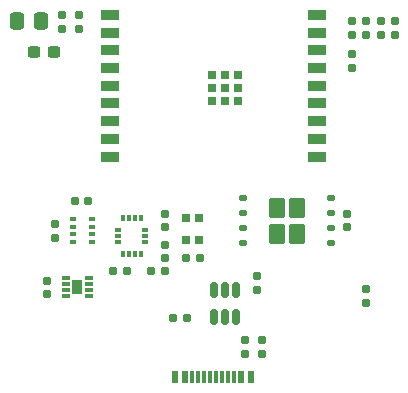
<source format=gbr>
%TF.GenerationSoftware,KiCad,Pcbnew,7.0.6*%
%TF.CreationDate,2023-07-14T02:37:10+02:00*%
%TF.ProjectId,rrr,7272722e-6b69-4636-9164-5f7063625858,rev?*%
%TF.SameCoordinates,Original*%
%TF.FileFunction,Paste,Top*%
%TF.FilePolarity,Positive*%
%FSLAX46Y46*%
G04 Gerber Fmt 4.6, Leading zero omitted, Abs format (unit mm)*
G04 Created by KiCad (PCBNEW 7.0.6) date 2023-07-14 02:37:10*
%MOMM*%
%LPD*%
G01*
G04 APERTURE LIST*
G04 Aperture macros list*
%AMRoundRect*
0 Rectangle with rounded corners*
0 $1 Rounding radius*
0 $2 $3 $4 $5 $6 $7 $8 $9 X,Y pos of 4 corners*
0 Add a 4 corners polygon primitive as box body*
4,1,4,$2,$3,$4,$5,$6,$7,$8,$9,$2,$3,0*
0 Add four circle primitives for the rounded corners*
1,1,$1+$1,$2,$3*
1,1,$1+$1,$4,$5*
1,1,$1+$1,$6,$7*
1,1,$1+$1,$8,$9*
0 Add four rect primitives between the rounded corners*
20,1,$1+$1,$2,$3,$4,$5,0*
20,1,$1+$1,$4,$5,$6,$7,0*
20,1,$1+$1,$6,$7,$8,$9,0*
20,1,$1+$1,$8,$9,$2,$3,0*%
G04 Aperture macros list end*
%ADD10RoundRect,0.155000X0.155000X-0.212500X0.155000X0.212500X-0.155000X0.212500X-0.155000X-0.212500X0*%
%ADD11RoundRect,0.160000X0.197500X0.160000X-0.197500X0.160000X-0.197500X-0.160000X0.197500X-0.160000X0*%
%ADD12RoundRect,0.160000X0.160000X-0.197500X0.160000X0.197500X-0.160000X0.197500X-0.160000X-0.197500X0*%
%ADD13RoundRect,0.155000X-0.212500X-0.155000X0.212500X-0.155000X0.212500X0.155000X-0.212500X0.155000X0*%
%ADD14RoundRect,0.160000X-0.160000X0.197500X-0.160000X-0.197500X0.160000X-0.197500X0.160000X0.197500X0*%
%ADD15RoundRect,0.155000X-0.155000X0.212500X-0.155000X-0.212500X0.155000X-0.212500X0.155000X0.212500X0*%
%ADD16RoundRect,0.250000X-0.435000X-0.615000X0.435000X-0.615000X0.435000X0.615000X-0.435000X0.615000X0*%
%ADD17RoundRect,0.125000X-0.200000X-0.125000X0.200000X-0.125000X0.200000X0.125000X-0.200000X0.125000X0*%
%ADD18RoundRect,0.150000X-0.150000X0.512500X-0.150000X-0.512500X0.150000X-0.512500X0.150000X0.512500X0*%
%ADD19R,0.500000X0.350000*%
%ADD20RoundRect,0.237500X0.300000X0.237500X-0.300000X0.237500X-0.300000X-0.237500X0.300000X-0.237500X0*%
%ADD21R,0.300000X0.550000*%
%ADD22R,0.550000X0.300000*%
%ADD23R,0.700000X0.700000*%
%ADD24R,0.750000X0.300000*%
%ADD25R,0.900000X1.300000*%
%ADD26R,0.600000X1.140000*%
%ADD27R,0.300000X1.140000*%
%ADD28RoundRect,0.250000X0.337500X0.475000X-0.337500X0.475000X-0.337500X-0.475000X0.337500X-0.475000X0*%
%ADD29R,1.500000X0.900000*%
G04 APERTURE END LIST*
D10*
%TO.C,C1*%
X85900000Y-108967500D03*
X85900000Y-107832500D03*
%TD*%
D11*
%TO.C,R18*%
X97797500Y-111000000D03*
X96602500Y-111000000D03*
%TD*%
D12*
%TO.C,R15*%
X111750000Y-86997500D03*
X111750000Y-85802500D03*
%TD*%
D13*
%TO.C,C13*%
X97732500Y-105900000D03*
X98867500Y-105900000D03*
%TD*%
D10*
%TO.C,C16*%
X86600000Y-104167500D03*
X86600000Y-103032500D03*
%TD*%
D12*
%TO.C,R22*%
X104100000Y-113997500D03*
X104100000Y-112802500D03*
%TD*%
D14*
%TO.C,R23*%
X115400000Y-85800000D03*
X115400000Y-86995000D03*
%TD*%
D12*
%TO.C,R19*%
X103700000Y-108600000D03*
X103700000Y-107405000D03*
%TD*%
D15*
%TO.C,C11*%
X88600000Y-85332500D03*
X88600000Y-86467500D03*
%TD*%
D16*
%TO.C,U2*%
X105400000Y-101660000D03*
X105400000Y-103810000D03*
X107100000Y-101660000D03*
X107100000Y-103810000D03*
D17*
X102500000Y-100830000D03*
X102500000Y-102100000D03*
X102500000Y-103370000D03*
X102500000Y-104640000D03*
X110000000Y-104640000D03*
X110000000Y-103370000D03*
X110000000Y-102100000D03*
X110000000Y-100830000D03*
%TD*%
D14*
%TO.C,R13*%
X112950000Y-85802500D03*
X112950000Y-86997500D03*
%TD*%
D13*
%TO.C,C15*%
X88300000Y-101032500D03*
X89435000Y-101032500D03*
%TD*%
D18*
%TO.C,U4*%
X101950000Y-108562500D03*
X101000000Y-108562500D03*
X100050000Y-108562500D03*
X100050000Y-110837500D03*
X101000000Y-110837500D03*
X101950000Y-110837500D03*
%TD*%
D11*
%TO.C,R12*%
X92697500Y-107000000D03*
X91502500Y-107000000D03*
%TD*%
D19*
%TO.C,U1*%
X89700000Y-102582500D03*
X89700000Y-103232500D03*
X89700000Y-103882500D03*
X89700000Y-104532500D03*
X88100000Y-104532500D03*
X88100000Y-103882500D03*
X88100000Y-103232500D03*
X88100000Y-102582500D03*
%TD*%
D10*
%TO.C,C18*%
X95900000Y-105900000D03*
X95900000Y-104765000D03*
%TD*%
D20*
%TO.C,C10*%
X86562500Y-88400000D03*
X84837500Y-88400000D03*
%TD*%
D21*
%TO.C,IC2*%
X92350000Y-105532500D03*
X92850000Y-105532500D03*
X93350000Y-105532500D03*
X93850000Y-105532500D03*
D22*
X94250000Y-104532500D03*
X94250000Y-104032500D03*
X94250000Y-103532500D03*
D21*
X93850000Y-102532500D03*
X93350000Y-102532500D03*
X92850000Y-102532500D03*
X92350000Y-102532500D03*
D22*
X91950000Y-103532500D03*
X91950000Y-104032500D03*
X91950000Y-104532500D03*
%TD*%
D12*
%TO.C,R26*%
X114200000Y-86997500D03*
X114200000Y-85802500D03*
%TD*%
D23*
%TO.C,U3*%
X97735000Y-104365000D03*
X98835000Y-104365000D03*
X98835000Y-102535000D03*
X97735000Y-102535000D03*
%TD*%
D24*
%TO.C,IC4*%
X87500000Y-107600000D03*
X87500000Y-108100000D03*
X87500000Y-108600000D03*
X87500000Y-109100000D03*
X89500000Y-109100000D03*
X89500000Y-108600000D03*
X89500000Y-108100000D03*
X89500000Y-107600000D03*
D25*
X88500000Y-108350000D03*
%TD*%
D26*
%TO.C,J1*%
X96775000Y-115950000D03*
X97575000Y-115950000D03*
D27*
X98725000Y-115950000D03*
X99725000Y-115950000D03*
X100225000Y-115950000D03*
X101225000Y-115950000D03*
D26*
X103175000Y-115950000D03*
X102375000Y-115950000D03*
D27*
X101725000Y-115950000D03*
X100725000Y-115950000D03*
X99225000Y-115950000D03*
X98225000Y-115950000D03*
%TD*%
D28*
%TO.C,C12*%
X85437500Y-85800000D03*
X83362500Y-85800000D03*
%TD*%
D11*
%TO.C,R11*%
X95897500Y-107000000D03*
X94702500Y-107000000D03*
%TD*%
D12*
%TO.C,R20*%
X102700000Y-113997500D03*
X102700000Y-112802500D03*
%TD*%
D15*
%TO.C,C17*%
X95900000Y-102165000D03*
X95900000Y-103300000D03*
%TD*%
D12*
%TO.C,R16*%
X111750000Y-89797500D03*
X111750000Y-88602500D03*
%TD*%
D15*
%TO.C,C14*%
X111300000Y-102132500D03*
X111300000Y-103267500D03*
%TD*%
D29*
%TO.C,IC1*%
X91250000Y-85300000D03*
X91250000Y-86800000D03*
X91250000Y-88300000D03*
X91250000Y-89800000D03*
X91250000Y-91300000D03*
X91250000Y-92800000D03*
X91250000Y-94300000D03*
X91250000Y-95800000D03*
X91250000Y-97300000D03*
X108750000Y-97300000D03*
X108750000Y-95800000D03*
X108750000Y-94300000D03*
X108750000Y-92800000D03*
X108750000Y-91300000D03*
X108750000Y-89800000D03*
X108750000Y-88300000D03*
X108750000Y-86800000D03*
X108750000Y-85300000D03*
D23*
X100960000Y-91500000D03*
X102060000Y-91500000D03*
X102060000Y-90400000D03*
X100960000Y-90400000D03*
X99860000Y-90400000D03*
X99860000Y-91500000D03*
X99860000Y-92600000D03*
X100960000Y-92600000D03*
X102060000Y-92600000D03*
%TD*%
D12*
%TO.C,R17*%
X112900000Y-109697500D03*
X112900000Y-108502500D03*
%TD*%
D14*
%TO.C,R27*%
X87200000Y-85302500D03*
X87200000Y-86497500D03*
%TD*%
M02*

</source>
